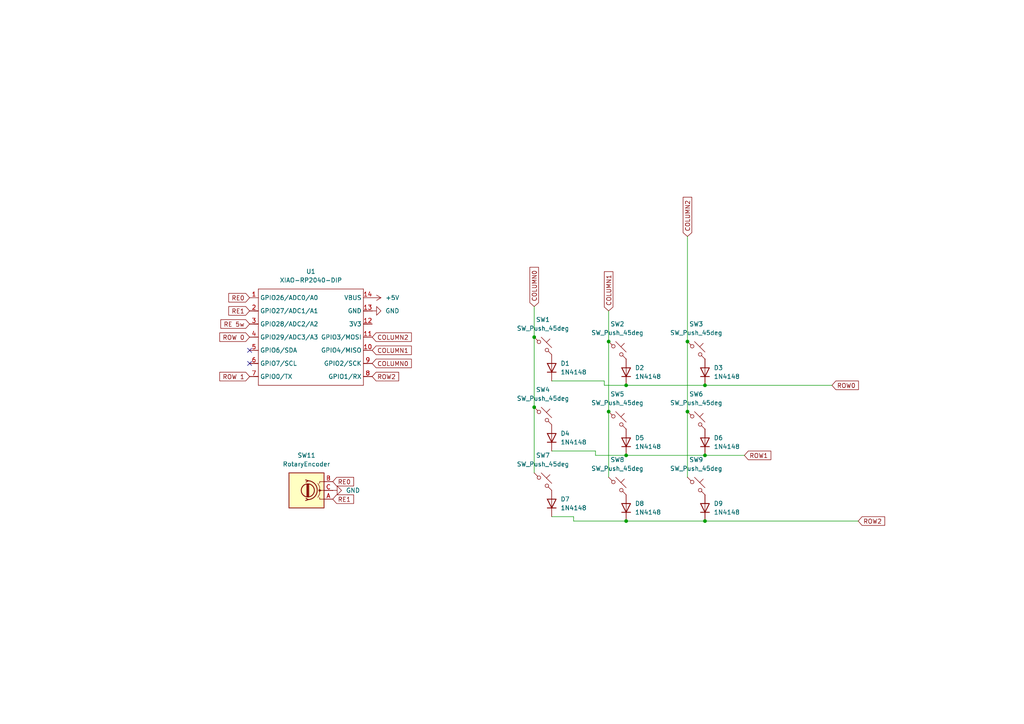
<source format=kicad_sch>
(kicad_sch (version 20250114) (generator "eeschema") (generator_version "9.0")
  (paper "A4")
  (lib_symbols
    (symbol "Device:RotaryEncoder" (pin_names (offset 0.254) (hide yes))
      (property "Reference" "SW" (at 0 6.604 0))
      (property "Value" "RotaryEncoder" (at 0 -6.604 0))
      (symbol "RotaryEncoder_0_1"
        (rectangle (start -5.08 5.08) (end 5.08 -5.08) (stroke (width 0.254)) (fill (type background)))
        (polyline (pts (xy -5.08 2.54) (xy -3.81 2.54) (xy -3.81 2.032)))
        (polyline (pts (xy -5.08 0) (xy -3.81 0) (xy -3.81 -1.016) (xy -3.302 -2.032)))
        (polyline (pts (xy -5.08 -2.54) (xy -3.81 -2.54) (xy -3.81 -2.032)))
        (polyline (pts (xy -4.318 0) (xy -3.81 0) (xy -3.81 1.016) (xy -3.302 2.032)))
        (circle (center -3.81 0) (radius 0.254) (fill (type outline)))
        (polyline (pts (xy -0.635 -1.778) (xy -0.635 1.778)) (stroke (width 0.254)))
        (circle (center -0.381 0) (radius 1.905) (stroke (width 0.254)))
        (polyline (pts (xy -0.381 -1.778) (xy -0.381 1.778)) (stroke (width 0.254)))
        (arc (start -0.381 -2.794) (mid -3.0988 -0.0635) (end -0.381 2.667) (stroke (width 0.254)))
        (polyline (pts (xy -0.127 1.778) (xy -0.127 -1.778)) (stroke (width 0.254)))
        (polyline (pts (xy 0.254 2.921) (xy -0.508 2.667) (xy 0.127 2.286)) (stroke (width 0.254)))
        (polyline (pts (xy 0.254 -3.048) (xy -0.508 -2.794) (xy 0.127 -2.413)) (stroke (width 0.254)))
      )
      (symbol "RotaryEncoder_1_1"
        (pin passive line (at -7.62 2.54 0) (length 2.54) (name "A") (number "A"))
        (pin passive line (at -7.62 0 0) (length 2.54) (name "C") (number "C"))
        (pin passive line (at -7.62 -2.54 0) (length 2.54) (name "B") (number "B"))
      )
    )
    (symbol "Diode:1N4148" (pin_numbers (hide yes)) (pin_names (hide yes))
      (property "Reference" "D" (at 0 2.54 0))
      (property "Value" "1N4148" (at 0 -2.54 0))
      (symbol "1N4148_0_1"
        (polyline (pts (xy -1.27 1.27) (xy -1.27 -1.27)) (stroke (width 0.254)))
        (polyline (pts (xy 1.27 1.27) (xy 1.27 -1.27) (xy -1.27 0) (xy 1.27 1.27)) (stroke (width 0.254)))
        (polyline (pts (xy 1.27 0) (xy -1.27 0)))
      )
      (symbol "1N4148_1_1"
        (pin passive line (at -3.81 0 0) (length 2.54) (name "K") (number "1"))
        (pin passive line (at 3.81 0 180) (length 2.54) (name "A") (number "2"))
      )
    )
    (symbol "Mister Bean:XIAO-RP2040-DIP"
      (property "Reference" "U" (at 0 0 0))
      (property "Value" "XIAO-RP2040-DIP" (at 5.334 -1.778 0))
      (symbol "XIAO-RP2040-DIP_1_0"
        (polyline (pts (xy -1.27 -2.54) (xy 29.21 -2.54)) (stroke (width 0.1524)))
        (polyline (pts (xy -1.27 -5.08) (xy -2.54 -5.08)) (stroke (width 0.1524)))
        (polyline (pts (xy -1.27 -5.08) (xy -1.27 -2.54)) (stroke (width 0.1524)))
        (polyline (pts (xy -1.27 -8.89) (xy -2.54 -8.89)) (stroke (width 0.1524)))
        (polyline (pts (xy -1.27 -8.89) (xy -1.27 -5.08)) (stroke (width 0.1524)))
        (polyline (pts (xy -1.27 -12.7) (xy -2.54 -12.7)) (stroke (width 0.1524)))
        (polyline (pts (xy -1.27 -12.7) (xy -1.27 -8.89)) (stroke (width 0.1524)))
        (polyline (pts (xy -1.27 -16.51) (xy -2.54 -16.51)) (stroke (width 0.1524)))
        (polyline (pts (xy -1.27 -16.51) (xy -1.27 -12.7)) (stroke (width 0.1524)))
        (polyline (pts (xy -1.27 -20.32) (xy -2.54 -20.32)) (stroke (width 0.1524)))
        (polyline (pts (xy -1.27 -24.13) (xy -2.54 -24.13)) (stroke (width 0.1524)))
        (polyline (pts (xy -1.27 -27.94) (xy -2.54 -27.94)) (stroke (width 0.1524)))
        (polyline (pts (xy -1.27 -30.48) (xy -1.27 -16.51)) (stroke (width 0.1524)))
        (polyline (pts (xy 29.21 -2.54) (xy 29.21 -5.08)) (stroke (width 0.1524)))
        (polyline (pts (xy 29.21 -5.08) (xy 29.21 -8.89)) (stroke (width 0.1524)))
        (polyline (pts (xy 29.21 -8.89) (xy 29.21 -12.7)) (stroke (width 0.1524)))
        (polyline (pts (xy 29.21 -12.7) (xy 29.21 -30.48)) (stroke (width 0.1524)))
        (polyline (pts (xy 29.21 -30.48) (xy -1.27 -30.48)) (stroke (width 0.1524)))
        (polyline (pts (xy 30.48 -5.08) (xy 29.21 -5.08)) (stroke (width 0.1524)))
        (polyline (pts (xy 30.48 -8.89) (xy 29.21 -8.89)) (stroke (width 0.1524)))
        (polyline (pts (xy 30.48 -12.7) (xy 29.21 -12.7)) (stroke (width 0.1524)))
        (polyline (pts (xy 30.48 -16.51) (xy 29.21 -16.51)) (stroke (width 0.1524)))
        (polyline (pts (xy 30.48 -20.32) (xy 29.21 -20.32)) (stroke (width 0.1524)))
        (polyline (pts (xy 30.48 -24.13) (xy 29.21 -24.13)) (stroke (width 0.1524)))
        (polyline (pts (xy 30.48 -27.94) (xy 29.21 -27.94)) (stroke (width 0.1524)))
        (pin passive line (at -3.81 -5.08 0) (length 2.54) (name "GPIO26/ADC0/A0") (number "1"))
        (pin passive line (at -3.81 -8.89 0) (length 2.54) (name "GPIO27/ADC1/A1") (number "2"))
        (pin passive line (at -3.81 -12.7 0) (length 2.54) (name "GPIO28/ADC2/A2") (number "3"))
        (pin passive line (at -3.81 -16.51 0) (length 2.54) (name "GPIO29/ADC3/A3") (number "4"))
        (pin passive line (at -3.81 -20.32 0) (length 2.54) (name "GPIO6/SDA") (number "5"))
        (pin passive line (at -3.81 -24.13 0) (length 2.54) (name "GPIO7/SCL") (number "6"))
        (pin passive line (at -3.81 -27.94 0) (length 2.54) (name "GPIO0/TX") (number "7"))
        (pin passive line (at 31.75 -5.08 180) (length 2.54) (name "VBUS") (number "14"))
        (pin passive line (at 31.75 -8.89 180) (length 2.54) (name "GND") (number "13"))
        (pin passive line (at 31.75 -12.7 180) (length 2.54) (name "3V3") (number "12"))
        (pin passive line (at 31.75 -16.51 180) (length 2.54) (name "GPIO3/MOSI") (number "11"))
        (pin passive line (at 31.75 -20.32 180) (length 2.54) (name "GPIO4/MISO") (number "10"))
        (pin passive line (at 31.75 -24.13 180) (length 2.54) (name "GPIO2/SCK") (number "9"))
        (pin passive line (at 31.75 -27.94 180) (length 2.54) (name "GPIO1/RX") (number "8"))
      )
    )
    (symbol "Switch:SW_Push_45deg" (pin_numbers (hide yes)) (pin_names (offset 1.016) (hide yes))
      (property "Reference" "SW" (at 3.048 1.016 0))
      (property "Value" "SW_Push_45deg" (at 0 -3.81 0))
      (symbol "SW_Push_45deg_0_1"
        (polyline (pts (xy -2.54 2.54) (xy -1.524 1.524) (xy -1.524 1.524)))
        (circle (center -1.1684 1.1684) (radius 0.508))
        (polyline (pts (xy -0.508 2.54) (xy 2.54 -0.508)))
        (polyline (pts (xy 1.016 1.016) (xy 2.032 2.032)))
        (circle (center 1.143 -1.1938) (radius 0.508))
        (polyline (pts (xy 1.524 -1.524) (xy 2.54 -2.54) (xy 2.54 -2.54) (xy 2.54 -2.54)))
        (pin passive line (at -2.54 2.54 0) (length 0) (name "1") (number "1"))
        (pin passive line (at 2.54 -2.54 180) (length 0) (name "2") (number "2"))
      )
    )
    (symbol "power:+5V" (power) (pin_numbers (hide yes)) (pin_names (offset 0) (hide yes))
      (property "Value" "+5V" (at 0 3.556 0))
      (symbol "+5V_0_1"
        (polyline (pts (xy -0.762 1.27) (xy 0 2.54)))
        (polyline (pts (xy 0 2.54) (xy 0.762 1.27)))
        (polyline (pts (xy 0 0) (xy 0 2.54)))
      )
      (symbol "+5V_1_1"
        (pin power_in line (at 0 0 90) (length 0) (name "~") (number "1"))
      )
    )
    (symbol "power:GND" (power) (pin_numbers (hide yes)) (pin_names (offset 0) (hide yes))
      (property "Value" "GND" (at 0 -3.81 0))
      (symbol "GND_0_1"
        (polyline (pts (xy 0 0) (xy 0 -1.27) (xy 1.27 -1.27) (xy 0 -2.54) (xy -1.27 -1.27) (xy 0 -1.27)))
      )
      (symbol "GND_1_1"
        (pin power_in line (at 0 0 270) (length 0) (name "~") (number "1"))
      )
    )
  )
  (junction (at 176.53 119.38))
  (junction (at 181.61 111.76))
  (junction (at 154.94 118.11))
  (junction (at 176.53 99.06))
  (junction (at 204.47 151.13))
  (junction (at 181.61 132.08))
  (junction (at 199.39 99.06))
  (junction (at 204.47 132.08))
  (junction (at 199.39 119.38))
  (junction (at 204.47 111.76))
  (junction (at 154.94 97.79))
  (junction (at 181.61 151.13))
  (no_connect (at 72.39 101.6))
  (no_connect (at 72.39 105.41))
  (wire (pts (xy 166.37 149.86) (xy 166.37 151.13)))
  (wire (pts (xy 160.02 110.49) (xy 175.26 110.49)))
  (wire (pts (xy 154.94 88.9) (xy 154.94 97.79)))
  (wire (pts (xy 172.72 132.08) (xy 181.61 132.08)))
  (wire (pts (xy 176.53 90.17) (xy 176.53 99.06)))
  (wire (pts (xy 172.72 130.81) (xy 172.72 132.08)))
  (wire (pts (xy 176.53 119.38) (xy 176.53 138.43)))
  (wire (pts (xy 160.02 130.81) (xy 172.72 130.81)))
  (wire (pts (xy 160.02 149.86) (xy 166.37 149.86)))
  (wire (pts (xy 199.39 99.06) (xy 199.39 119.38)))
  (wire (pts (xy 154.94 118.11) (xy 154.94 137.16)))
  (wire (pts (xy 176.53 99.06) (xy 176.53 119.38)))
  (wire (pts (xy 204.47 111.76) (xy 241.3 111.76)))
  (wire (pts (xy 175.26 110.49) (xy 175.26 111.76)))
  (wire (pts (xy 204.47 132.08) (xy 215.9 132.08)))
  (wire (pts (xy 154.94 97.79) (xy 154.94 118.11)))
  (wire (pts (xy 166.37 151.13) (xy 181.61 151.13)))
  (wire (pts (xy 181.61 132.08) (xy 204.47 132.08)))
  (wire (pts (xy 204.47 151.13) (xy 248.92 151.13)))
  (wire (pts (xy 181.61 111.76) (xy 204.47 111.76)))
  (wire (pts (xy 181.61 151.13) (xy 204.47 151.13)))
  (wire (pts (xy 199.39 119.38) (xy 199.39 138.43)))
  (wire (pts (xy 175.26 111.76) (xy 181.61 111.76)))
  (wire (pts (xy 199.39 68.58) (xy 199.39 99.06)))
  (global_label "COLUMN0" (shape input) (at 154.94 88.9 90) (property "Intersheetrefs" "${INTERSHEET_REFS}" (effects (hide yes))))
  (global_label "ROW 0" (shape input) (at 72.39 97.79 180) (property "Intersheetrefs" "${INTERSHEET_REFS}" (effects (hide yes))))
  (global_label "COLUMN2" (shape input) (at 199.39 68.58 90) (property "Intersheetrefs" "${INTERSHEET_REFS}" (effects (hide yes))))
  (global_label "RE1" (shape input) (at 96.52 144.78 0) (property "Intersheetrefs" "${INTERSHEET_REFS}" (effects (hide yes))))
  (global_label "RE0" (shape input) (at 72.39 86.36 180) (property "Intersheetrefs" "${INTERSHEET_REFS}" (effects (hide yes))))
  (global_label "ROW 1" (shape input) (at 72.39 109.22 180) (property "Intersheetrefs" "${INTERSHEET_REFS}" (effects (hide yes))))
  (global_label "COLUMN1" (shape input) (at 107.95 101.6 0) (property "Intersheetrefs" "${INTERSHEET_REFS}" (effects (hide yes))))
  (global_label "ROW0" (shape input) (at 241.3 111.76 0) (property "Intersheetrefs" "${INTERSHEET_REFS}" (effects (hide yes))))
  (global_label "ROW1" (shape input) (at 215.9 132.08 0) (property "Intersheetrefs" "${INTERSHEET_REFS}" (effects (hide yes))))
  (global_label "RE1" (shape input) (at 72.39 90.17 180) (property "Intersheetrefs" "${INTERSHEET_REFS}" (effects (hide yes))))
  (global_label "ROW2" (shape input) (at 107.95 109.22 0) (property "Intersheetrefs" "${INTERSHEET_REFS}" (effects (hide yes))))
  (global_label "COLUMN0" (shape input) (at 107.95 105.41 0) (property "Intersheetrefs" "${INTERSHEET_REFS}" (effects (hide yes))))
  (global_label "COLUMN2" (shape input) (at 107.95 97.79 0) (property "Intersheetrefs" "${INTERSHEET_REFS}" (effects (hide yes))))
  (global_label "RE 5w" (shape input) (at 72.39 93.98 180) (property "Intersheetrefs" "${INTERSHEET_REFS}" (effects (hide yes))))
  (global_label "ROW2" (shape input) (at 248.92 151.13 0) (property "Intersheetrefs" "${INTERSHEET_REFS}" (effects (hide yes))))
  (global_label "RE0" (shape input) (at 96.52 139.7 0) (property "Intersheetrefs" "${INTERSHEET_REFS}" (effects (hide yes))))
  (global_label "COLUMN1" (shape input) (at 176.53 90.17 90) (property "Intersheetrefs" "${INTERSHEET_REFS}" (effects (hide yes))))
  (symbol (lib_id "Switch:SW_Push_45deg") (at 201.93 121.92 0) (unit 1)
    (property "Reference" "SW6" (at 201.93 114.3 0))
    (property "Value" "SW_Push_45deg" (at 201.93 116.84 0))
    (property "Footprint" "Button_Switch_Keyboard:SW_Cherry_MX_1.00u_PCB" (effects (hide yes)))
    (property "Description" "Push button switch, normally open, two pins, 45° tilted" (effects (hide yes)))
  )
  (symbol (lib_id "Diode:1N4148") (at 181.61 107.95 90) (unit 1)
    (property "Reference" "D2" (at 184.15 106.6799 90) (effects (justify right)))
    (property "Value" "1N4148" (at 184.15 109.2199 90) (effects (justify right)))
    (property "Footprint" "Diode_THT:D_DO-35_SOD27_P7.62mm_Horizontal" (effects (hide yes)))
    (property "Datasheet" "https://assets.nexperia.com/documents/data-sheet/1N4148_1N4448.pdf" (effects (hide yes)))
    (property "Description" "100V 0.15A standard switching diode, DO-35" (effects (hide yes)))
    (property "Sim.Device" "D" (effects (hide yes)))
    (property "Sim.Pins" "1=K 2=A" (effects (hide yes)))
  )
  (symbol (lib_id "Diode:1N4148") (at 160.02 146.05 90) (unit 1)
    (property "Reference" "D7" (at 162.56 144.7799 90) (effects (justify right)))
    (property "Value" "1N4148" (at 162.56 147.3199 90) (effects (justify right)))
    (property "Footprint" "Diode_THT:D_DO-35_SOD27_P7.62mm_Horizontal" (effects (hide yes)))
    (property "Datasheet" "https://assets.nexperia.com/documents/data-sheet/1N4148_1N4448.pdf" (effects (hide yes)))
    (property "Description" "100V 0.15A standard switching diode, DO-35" (effects (hide yes)))
    (property "Sim.Device" "D" (effects (hide yes)))
    (property "Sim.Pins" "1=K 2=A" (effects (hide yes)))
  )
  (symbol (lib_id "Diode:1N4148") (at 204.47 147.32 90) (unit 1)
    (property "Reference" "D9" (at 207.01 146.0499 90) (effects (justify right)))
    (property "Value" "1N4148" (at 207.01 148.5899 90) (effects (justify right)))
    (property "Footprint" "Diode_THT:D_DO-35_SOD27_P7.62mm_Horizontal" (effects (hide yes)))
    (property "Datasheet" "https://assets.nexperia.com/documents/data-sheet/1N4148_1N4448.pdf" (effects (hide yes)))
    (property "Description" "100V 0.15A standard switching diode, DO-35" (effects (hide yes)))
    (property "Sim.Device" "D" (effects (hide yes)))
    (property "Sim.Pins" "1=K 2=A" (effects (hide yes)))
  )
  (symbol (lib_id "Diode:1N4148") (at 181.61 147.32 90) (unit 1)
    (property "Reference" "D8" (at 184.15 146.0499 90) (effects (justify right)))
    (property "Value" "1N4148" (at 184.15 148.5899 90) (effects (justify right)))
    (property "Footprint" "Diode_THT:D_DO-35_SOD27_P7.62mm_Horizontal" (effects (hide yes)))
    (property "Datasheet" "https://assets.nexperia.com/documents/data-sheet/1N4148_1N4448.pdf" (effects (hide yes)))
    (property "Description" "100V 0.15A standard switching diode, DO-35" (effects (hide yes)))
    (property "Sim.Device" "D" (effects (hide yes)))
    (property "Sim.Pins" "1=K 2=A" (effects (hide yes)))
  )
  (symbol (lib_id "Switch:SW_Push_45deg") (at 179.07 121.92 0) (unit 1)
    (property "Reference" "SW5" (at 179.07 114.3 0))
    (property "Value" "SW_Push_45deg" (at 179.07 116.84 0))
    (property "Footprint" "Button_Switch_Keyboard:SW_Cherry_MX_1.00u_PCB" (effects (hide yes)))
    (property "Description" "Push button switch, normally open, two pins, 45° tilted" (effects (hide yes)))
  )
  (symbol (lib_id "power:GND") (at 107.95 90.17 90) (unit 1)
    (property "Reference" "#PWR03" (effects (hide yes)))
    (property "Value" "GND" (at 111.76 90.1699 90) (effects (justify right)))
    (property "Description" "Power symbol creates a global label with name \"GND\" , ground" (effects (hide yes)))
  )
  (symbol (lib_id "Switch:SW_Push_45deg") (at 157.48 120.65 0) (unit 1)
    (property "Reference" "SW4" (at 157.48 113.03 0))
    (property "Value" "SW_Push_45deg" (at 157.48 115.57 0))
    (property "Footprint" "Button_Switch_Keyboard:SW_Cherry_MX_1.00u_PCB" (effects (hide yes)))
    (property "Description" "Push button switch, normally open, two pins, 45° tilted" (effects (hide yes)))
  )
  (symbol (lib_id "Mister Bean:XIAO-RP2040-DIP") (at 76.2 81.28 0) (unit 1)
    (property "Reference" "U1" (at 90.17 78.74 0))
    (property "Value" "XIAO-RP2040-DIP" (at 90.17 81.28 0))
    (property "Footprint" "Griffin:XIAO-RP2040-DIP" (effects (hide yes)))
  )
  (symbol (lib_id "Switch:SW_Push_45deg") (at 157.48 139.7 0) (unit 1)
    (property "Reference" "SW7" (at 157.48 132.08 0))
    (property "Value" "SW_Push_45deg" (at 157.48 134.62 0))
    (property "Footprint" "Button_Switch_Keyboard:SW_Cherry_MX_1.00u_PCB" (effects (hide yes)))
    (property "Description" "Push button switch, normally open, two pins, 45° tilted" (effects (hide yes)))
  )
  (symbol (lib_id "Switch:SW_Push_45deg") (at 179.07 101.6 0) (unit 1)
    (property "Reference" "SW2" (at 179.07 93.98 0))
    (property "Value" "SW_Push_45deg" (at 179.07 96.52 0))
    (property "Footprint" "Button_Switch_Keyboard:SW_Cherry_MX_1.00u_PCB" (effects (hide yes)))
    (property "Description" "Push button switch, normally open, two pins, 45° tilted" (effects (hide yes)))
  )
  (symbol (lib_id "Switch:SW_Push_45deg") (at 179.07 140.97 0) (unit 1)
    (property "Reference" "SW8" (at 179.07 133.35 0))
    (property "Value" "SW_Push_45deg" (at 179.07 135.89 0))
    (property "Footprint" "Button_Switch_Keyboard:SW_Cherry_MX_1.00u_PCB" (effects (hide yes)))
    (property "Description" "Push button switch, normally open, two pins, 45° tilted" (effects (hide yes)))
  )
  (symbol (lib_id "Diode:1N4148") (at 204.47 128.27 90) (unit 1)
    (property "Reference" "D6" (at 207.01 126.9999 90) (effects (justify right)))
    (property "Value" "1N4148" (at 207.01 129.5399 90) (effects (justify right)))
    (property "Footprint" "Diode_THT:D_DO-35_SOD27_P7.62mm_Horizontal" (effects (hide yes)))
    (property "Datasheet" "https://assets.nexperia.com/documents/data-sheet/1N4148_1N4448.pdf" (effects (hide yes)))
    (property "Description" "100V 0.15A standard switching diode, DO-35" (effects (hide yes)))
    (property "Sim.Device" "D" (effects (hide yes)))
    (property "Sim.Pins" "1=K 2=A" (effects (hide yes)))
  )
  (symbol (lib_id "Diode:1N4148") (at 160.02 127 90) (unit 1)
    (property "Reference" "D4" (at 162.56 125.7299 90) (effects (justify right)))
    (property "Value" "1N4148" (at 162.56 128.2699 90) (effects (justify right)))
    (property "Footprint" "Diode_THT:D_DO-35_SOD27_P7.62mm_Horizontal" (effects (hide yes)))
    (property "Datasheet" "https://assets.nexperia.com/documents/data-sheet/1N4148_1N4448.pdf" (effects (hide yes)))
    (property "Description" "100V 0.15A standard switching diode, DO-35" (effects (hide yes)))
    (property "Sim.Device" "D" (effects (hide yes)))
    (property "Sim.Pins" "1=K 2=A" (effects (hide yes)))
  )
  (symbol (lib_id "Device:RotaryEncoder") (at 88.9 142.24 180) (unit 1)
    (property "Reference" "SW11" (at 88.9 132.08 0))
    (property "Value" "RotaryEncoder" (at 88.9 134.62 0))
    (property "Footprint" "Rotary_Encoder:RotaryEncoder_Alps_EC11E-Switch_Vertical_H20mm_CircularMountingHoles" (effects (hide yes)))
    (property "Description" "Rotary encoder, dual channel, incremental quadrate outputs" (effects (hide yes)))
  )
  (symbol (lib_id "Switch:SW_Push_45deg") (at 201.93 140.97 0) (unit 1)
    (property "Reference" "SW9" (at 201.93 133.35 0))
    (property "Value" "SW_Push_45deg" (at 201.93 135.89 0))
    (property "Footprint" "Button_Switch_Keyboard:SW_Cherry_MX_1.00u_PCB" (effects (hide yes)))
    (property "Description" "Push button switch, normally open, two pins, 45° tilted" (effects (hide yes)))
  )
  (symbol (lib_id "Switch:SW_Push_45deg") (at 201.93 101.6 0) (unit 1)
    (property "Reference" "SW3" (at 201.93 93.98 0))
    (property "Value" "SW_Push_45deg" (at 201.93 96.52 0))
    (property "Footprint" "Button_Switch_Keyboard:SW_Cherry_MX_1.00u_PCB" (effects (hide yes)))
    (property "Description" "Push button switch, normally open, two pins, 45° tilted" (effects (hide yes)))
  )
  (symbol (lib_id "Diode:1N4148") (at 160.02 106.68 90) (unit 1)
    (property "Reference" "D1" (at 162.56 105.4099 90) (effects (justify right)))
    (property "Value" "1N4148" (at 162.56 107.9499 90) (effects (justify right)))
    (property "Footprint" "Diode_THT:D_DO-35_SOD27_P7.62mm_Horizontal" (effects (hide yes)))
    (property "Datasheet" "https://assets.nexperia.com/documents/data-sheet/1N4148_1N4448.pdf" (effects (hide yes)))
    (property "Description" "100V 0.15A standard switching diode, DO-35" (effects (hide yes)))
    (property "Sim.Device" "D" (effects (hide yes)))
    (property "Sim.Pins" "1=K 2=A" (effects (hide yes)))
  )
  (symbol (lib_id "Diode:1N4148") (at 181.61 128.27 90) (unit 1)
    (property "Reference" "D5" (at 184.15 126.9999 90) (effects (justify right)))
    (property "Value" "1N4148" (at 184.15 129.5399 90) (effects (justify right)))
    (property "Footprint" "Diode_THT:D_DO-35_SOD27_P7.62mm_Horizontal" (effects (hide yes)))
    (property "Datasheet" "https://assets.nexperia.com/documents/data-sheet/1N4148_1N4448.pdf" (effects (hide yes)))
    (property "Description" "100V 0.15A standard switching diode, DO-35" (effects (hide yes)))
    (property "Sim.Device" "D" (effects (hide yes)))
    (property "Sim.Pins" "1=K 2=A" (effects (hide yes)))
  )
  (symbol (lib_id "power:+5V") (at 107.95 86.36 270) (unit 1)
    (property "Reference" "#PWR02" (effects (hide yes)))
    (property "Value" "+5V" (at 111.76 86.3599 90) (effects (justify left)))
    (property "Description" "Power symbol creates a global label with name \"+5V\"" (effects (hide yes)))
  )
  (symbol (lib_id "Diode:1N4148") (at 204.47 107.95 90) (unit 1)
    (property "Reference" "D3" (at 207.01 106.6799 90) (effects (justify right)))
    (property "Value" "1N4148" (at 207.01 109.2199 90) (effects (justify right)))
    (property "Footprint" "Diode_THT:D_DO-35_SOD27_P7.62mm_Horizontal" (effects (hide yes)))
    (property "Datasheet" "https://assets.nexperia.com/documents/data-sheet/1N4148_1N4448.pdf" (effects (hide yes)))
    (property "Description" "100V 0.15A standard switching diode, DO-35" (effects (hide yes)))
    (property "Sim.Device" "D" (effects (hide yes)))
    (property "Sim.Pins" "1=K 2=A" (effects (hide yes)))
  )
  (symbol (lib_id "Switch:SW_Push_45deg") (at 157.48 100.33 0) (unit 1)
    (property "Reference" "SW1" (at 157.48 92.71 0))
    (property "Value" "SW_Push_45deg" (at 157.48 95.25 0))
    (property "Footprint" "Button_Switch_Keyboard:SW_Cherry_MX_1.00u_PCB" (effects (hide yes)))
    (property "Description" "Push button switch, normally open, two pins, 45° tilted" (effects (hide yes)))
  )
  (symbol (lib_id "power:GND") (at 96.52 142.24 90) (unit 1)
    (property "Reference" "#PWR01" (effects (hide yes)))
    (property "Value" "GND" (at 100.33 142.2399 90) (effects (justify right)))
    (property "Description" "Power symbol creates a global label with name \"GND\" , ground" (effects (hide yes)))
  )
)
</source>
